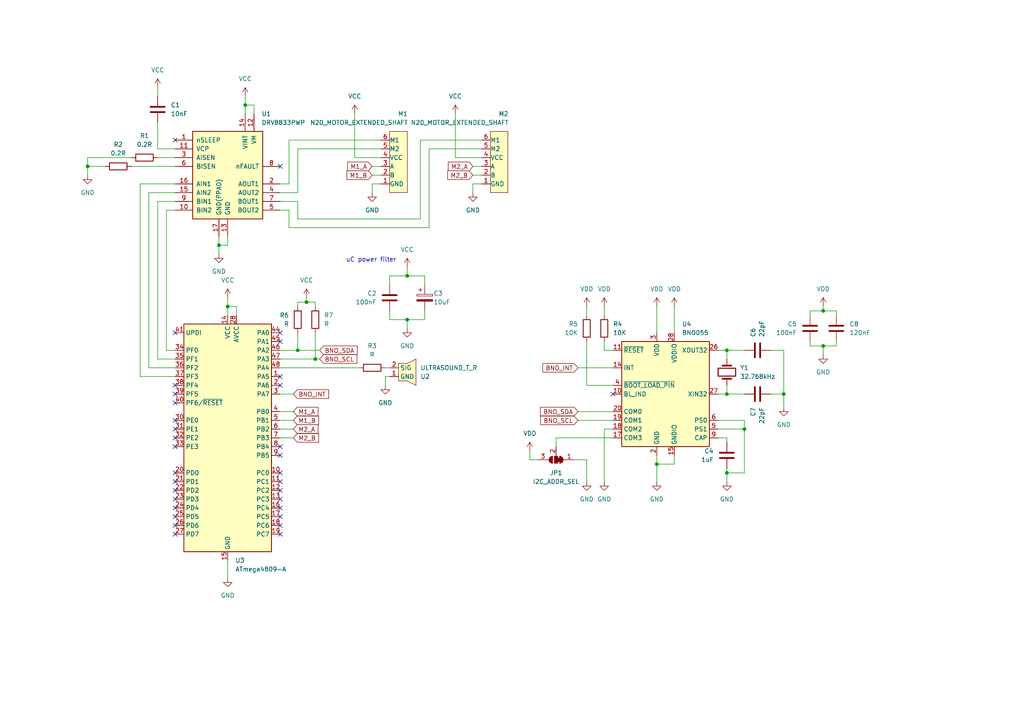
<source format=kicad_sch>
(kicad_sch (version 20230121) (generator eeschema)
  (paper "A4")
  (lib_symbols
    (symbol "Device:C" (pin_numbers hide) (pin_names (offset 0.254))
      (property "Reference" "C" (at 0.635 2.54 0))
      (property "Value" "C" (at 0.635 -2.54 0))
      (symbol "C_0_1"
        (polyline (pts (xy -2.032 -0.762) (xy 2.032 -0.762)) (stroke (width 0.508)))
        (polyline (pts (xy -2.032 0.762) (xy 2.032 0.762)) (stroke (width 0.508)))
      )
      (symbol "C_1_1"
        (pin passive line (at 0 3.81 270) (length 2.794) (name "~") (number "1"))
        (pin passive line (at 0 -3.81 90) (length 2.794) (name "~") (number "2"))
      )
    )
    (symbol "Device:C_Polarized" (pin_numbers hide) (pin_names (offset 0.254))
      (property "Reference" "C" (at 0.635 2.54 0))
      (property "Value" "C_Polarized" (at 0.635 -2.54 0))
      (symbol "C_Polarized_0_1"
        (rectangle (start -2.286 0.508) (end 2.286 1.016))
        (polyline (pts (xy -1.778 2.286) (xy -0.762 2.286)))
        (polyline (pts (xy -1.27 2.794) (xy -1.27 1.778)))
        (rectangle (start 2.286 -0.508) (end -2.286 -1.016) (fill (type outline)))
      )
      (symbol "C_Polarized_1_1"
        (pin passive line (at 0 3.81 270) (length 2.794) (name "~") (number "1"))
        (pin passive line (at 0 -3.81 90) (length 2.794) (name "~") (number "2"))
      )
    )
    (symbol "Device:Crystal" (pin_numbers hide) (pin_names (offset 1.016) hide)
      (property "Reference" "Y" (at 0 3.81 0))
      (property "Value" "Crystal" (at 0 -3.81 0))
      (symbol "Crystal_0_1"
        (rectangle (start -1.143 2.54) (end 1.143 -2.54) (stroke (width 0.3048)))
        (polyline (pts (xy -2.54 0) (xy -1.905 0)))
        (polyline (pts (xy -1.905 -1.27) (xy -1.905 1.27)) (stroke (width 0.508)))
        (polyline (pts (xy 1.905 -1.27) (xy 1.905 1.27)) (stroke (width 0.508)))
        (polyline (pts (xy 2.54 0) (xy 1.905 0)))
      )
      (symbol "Crystal_1_1"
        (pin passive line (at -3.81 0 0) (length 1.27) (name "1") (number "1"))
        (pin passive line (at 3.81 0 180) (length 1.27) (name "2") (number "2"))
      )
    )
    (symbol "Device:R" (pin_numbers hide) (pin_names (offset 0))
      (property "Reference" "R" (at 2.032 0 90))
      (property "Value" "R" (at 0 0 90))
      (symbol "R_0_1"
        (rectangle (start -1.016 -2.54) (end 1.016 2.54) (stroke (width 0.254)))
      )
      (symbol "R_1_1"
        (pin passive line (at 0 3.81 270) (length 1.27) (name "~") (number "1"))
        (pin passive line (at 0 -3.81 90) (length 1.27) (name "~") (number "2"))
      )
    )
    (symbol "Driver_Motor:DRV8833PWP" (pin_names (offset 1.016))
      (property "Reference" "U" (at -3.81 16.51 0))
      (property "Value" "DRV8833PWP" (at -3.81 13.97 0))
      (symbol "DRV8833PWP_0_1"
        (rectangle (start -10.16 12.7) (end 10.16 -12.7) (stroke (width 0.254)) (fill (type background)))
      )
      (symbol "DRV8833PWP_1_1"
        (pin input line (at -15.24 10.16 0) (length 5.08) (name "nSLEEP") (number "1"))
        (pin input line (at -15.24 -10.16 0) (length 5.08) (name "BIN2") (number "10"))
        (pin bidirectional line (at -15.24 7.62 0) (length 5.08) (name "VCP") (number "11"))
        (pin power_in line (at 7.62 17.78 270) (length 5.08) (name "VM") (number "12"))
        (pin power_in line (at 0 -17.78 90) (length 5.08) (name "GND") (number "13"))
        (pin power_in line (at 5.08 17.78 270) (length 5.08) (name "VINT") (number "14"))
        (pin input line (at -15.24 -5.08 0) (length 5.08) (name "AIN2") (number "15"))
        (pin input line (at -15.24 -2.54 0) (length 5.08) (name "AIN1") (number "16"))
        (pin power_in line (at -2.54 -17.78 90) (length 5.08) (name "GND(PPAD)") (number "17"))
        (pin power_out line (at 15.24 -2.54 180) (length 5.08) (name "AOUT1") (number "2"))
        (pin bidirectional line (at -15.24 5.08 0) (length 5.08) (name "AISEN") (number "3"))
        (pin power_out line (at 15.24 -5.08 180) (length 5.08) (name "AOUT2") (number "4"))
        (pin power_out line (at 15.24 -10.16 180) (length 5.08) (name "BOUT2") (number "5"))
        (pin bidirectional line (at -15.24 2.54 0) (length 5.08) (name "BISEN") (number "6"))
        (pin power_out line (at 15.24 -7.62 180) (length 5.08) (name "BOUT1") (number "7"))
        (pin open_collector line (at 15.24 2.54 180) (length 5.08) (name "nFAULT") (number "8"))
        (pin input line (at -15.24 -7.62 0) (length 5.08) (name "BIN1") (number "9"))
      )
    )
    (symbol "Jumper:SolderJumper_3_Bridged12" (pin_names (offset 0) hide)
      (property "Reference" "JP" (at -2.54 -2.54 0))
      (property "Value" "SolderJumper_3_Bridged12" (at 0 2.794 0))
      (symbol "SolderJumper_3_Bridged12_0_1"
        (rectangle (start -1.016 0.508) (end -0.508 -0.508) (fill (type outline)))
        (arc (start -1.016 1.016) (mid -2.0276 0) (end -1.016 -1.016))
        (arc (start -1.016 1.016) (mid -2.0276 0) (end -1.016 -1.016) (fill (type outline)))
        (rectangle (start -0.508 1.016) (end 0.508 -1.016) (fill (type outline)))
        (polyline (pts (xy -2.54 0) (xy -2.032 0)))
        (polyline (pts (xy -1.016 1.016) (xy -1.016 -1.016)))
        (polyline (pts (xy 0 -1.27) (xy 0 -1.016)))
        (polyline (pts (xy 1.016 1.016) (xy 1.016 -1.016)))
        (polyline (pts (xy 2.54 0) (xy 2.032 0)))
        (arc (start 1.016 -1.016) (mid 2.0276 0) (end 1.016 1.016))
        (arc (start 1.016 -1.016) (mid 2.0276 0) (end 1.016 1.016) (fill (type outline)))
      )
      (symbol "SolderJumper_3_Bridged12_1_1"
        (pin passive line (at -5.08 0 0) (length 2.54) (name "A") (number "1"))
        (pin passive line (at 0 -3.81 90) (length 2.54) (name "C") (number "2"))
        (pin passive line (at 5.08 0 180) (length 2.54) (name "B") (number "3"))
      )
    )
    (symbol "MCU_Microchip_ATmega:ATmega4809-A"
      (property "Reference" "U" (at -12.7 34.29 0))
      (property "Value" "ATmega4809-A" (at 2.54 -34.29 0))
      (symbol "ATmega4809-A_0_1"
        (rectangle (start -12.7 -33.02) (end 12.7 33.02) (stroke (width 0.254)) (fill (type background)))
      )
      (symbol "ATmega4809-A_1_1"
        (pin bidirectional line (at 15.24 17.78 180) (length 2.54) (name "PA5") (number "1"))
        (pin bidirectional line (at 15.24 -10.16 180) (length 2.54) (name "PC0") (number "10"))
        (pin bidirectional line (at 15.24 -12.7 180) (length 2.54) (name "PC1") (number "11"))
        (pin bidirectional line (at 15.24 -15.24 180) (length 2.54) (name "PC2") (number "12"))
        (pin bidirectional line (at 15.24 -17.78 180) (length 2.54) (name "PC3") (number "13"))
        (pin power_in line (at 0 35.56 270) (length 2.54) (name "VCC") (number "14"))
        (pin power_in line (at 0 -35.56 90) (length 2.54) (name "GND") (number "15"))
        (pin bidirectional line (at 15.24 -20.32 180) (length 2.54) (name "PC4") (number "16"))
        (pin bidirectional line (at 15.24 -22.86 180) (length 2.54) (name "PC5") (number "17"))
        (pin bidirectional line (at 15.24 -25.4 180) (length 2.54) (name "PC6") (number "18"))
        (pin bidirectional line (at 15.24 -27.94 180) (length 2.54) (name "PC7") (number "19"))
        (pin bidirectional line (at 15.24 15.24 180) (length 2.54) (name "PA6") (number "2"))
        (pin bidirectional line (at -15.24 -10.16 0) (length 2.54) (name "PD0") (number "20"))
        (pin bidirectional line (at -15.24 -12.7 0) (length 2.54) (name "PD1") (number "21"))
        (pin bidirectional line (at -15.24 -15.24 0) (length 2.54) (name "PD2") (number "22"))
        (pin bidirectional line (at -15.24 -17.78 0) (length 2.54) (name "PD3") (number "23"))
        (pin bidirectional line (at -15.24 -20.32 0) (length 2.54) (name "PD4") (number "24"))
        (pin bidirectional line (at -15.24 -22.86 0) (length 2.54) (name "PD5") (number "25"))
        (pin bidirectional line (at -15.24 -25.4 0) (length 2.54) (name "PD6") (number "26"))
        (pin bidirectional line (at -15.24 -27.94 0) (length 2.54) (name "PD7") (number "27"))
        (pin power_in line (at 2.54 35.56 270) (length 2.54) (name "AVCC") (number "28"))
        (pin passive line (at 0 -35.56 90) (length 2.54) hide (name "GND") (number "29"))
        (pin bidirectional line (at 15.24 12.7 180) (length 2.54) (name "PA7") (number "3"))
        (pin bidirectional line (at -15.24 5.08 0) (length 2.54) (name "PE0") (number "30"))
        (pin bidirectional line (at -15.24 2.54 0) (length 2.54) (name "PE1") (number "31"))
        (pin bidirectional line (at -15.24 0 0) (length 2.54) (name "PE2") (number "32"))
        (pin bidirectional line (at -15.24 -2.54 0) (length 2.54) (name "PE3") (number "33"))
        (pin bidirectional line (at -15.24 25.4 0) (length 2.54) (name "PF0") (number "34"))
        (pin bidirectional line (at -15.24 22.86 0) (length 2.54) (name "PF1") (number "35"))
        (pin bidirectional line (at -15.24 20.32 0) (length 2.54) (name "PF2") (number "36"))
        (pin bidirectional line (at -15.24 17.78 0) (length 2.54) (name "PF3") (number "37"))
        (pin bidirectional line (at -15.24 15.24 0) (length 2.54) (name "PF4") (number "38"))
        (pin bidirectional line (at -15.24 12.7 0) (length 2.54) (name "PF5") (number "39"))
        (pin bidirectional line (at 15.24 7.62 180) (length 2.54) (name "PB0") (number "4"))
        (pin bidirectional line (at -15.24 10.16 0) (length 2.54) (name "PF6/~{RESET}") (number "40"))
        (pin bidirectional line (at -15.24 30.48 0) (length 2.54) (name "UPDI") (number "41"))
        (pin passive line (at 0 35.56 270) (length 2.54) hide (name "VCC") (number "42"))
        (pin passive line (at 0 -35.56 90) (length 2.54) hide (name "GND") (number "43"))
        (pin bidirectional line (at 15.24 30.48 180) (length 2.54) (name "PA0") (number "44"))
        (pin bidirectional line (at 15.24 27.94 180) (length 2.54) (name "PA1") (number "45"))
        (pin bidirectional line (at 15.24 25.4 180) (length 2.54) (name "PA2") (number "46"))
        (pin bidirectional line (at 15.24 22.86 180) (length 2.54) (name "PA3") (number "47"))
        (pin bidirectional line (at 15.24 20.32 180) (length 2.54) (name "PA4") (number "48"))
        (pin bidirectional line (at 15.24 5.08 180) (length 2.54) (name "PB1") (number "5"))
        (pin bidirectional line (at 15.24 2.54 180) (length 2.54) (name "PB2") (number "6"))
        (pin bidirectional line (at 15.24 0 180) (length 2.54) (name "PB3") (number "7"))
        (pin bidirectional line (at 15.24 -2.54 180) (length 2.54) (name "PB4") (number "8"))
        (pin bidirectional line (at 15.24 -5.08 180) (length 2.54) (name "PB5") (number "9"))
      )
    )
    (symbol "Sensor_Motion:BNO055"
      (property "Reference" "U" (at -11.43 16.51 0))
      (property "Value" "BNO055" (at 12.7 16.51 0))
      (symbol "BNO055_0_1"
        (rectangle (start -12.7 15.24) (end 12.7 -15.24) (stroke (width 0.254)) (fill (type background)))
      )
      (symbol "BNO055_1_1"
        (pin no_connect line (at -12.7 10.16 0) (length 2.54) hide (name "PIN1") (number "1"))
        (pin output line (at -15.24 0 0) (length 2.54) (name "BL_IND") (number "10"))
        (pin input line (at -15.24 12.7 0) (length 2.54) (name "~{RESET}") (number "11"))
        (pin no_connect line (at 12.7 10.16 180) (length 2.54) hide (name "PIN12") (number "12"))
        (pin no_connect line (at 12.7 7.62 180) (length 2.54) hide (name "PIN13") (number "13"))
        (pin output line (at -15.24 7.62 0) (length 2.54) (name "INT") (number "14"))
        (pin power_in line (at 2.54 -17.78 90) (length 2.54) (name "GNDIO") (number "15"))
        (pin passive line (at 2.54 -17.78 90) (length 2.54) hide (name "GNDIO") (number "16"))
        (pin input line (at -15.24 -12.7 0) (length 2.54) (name "COM3") (number "17"))
        (pin passive line (at -15.24 -10.16 0) (length 2.54) (name "COM2") (number "18"))
        (pin bidirectional line (at -15.24 -7.62 0) (length 2.54) (name "COM1") (number "19"))
        (pin power_in line (at -2.54 -17.78 90) (length 2.54) (name "GND") (number "2"))
        (pin bidirectional line (at -15.24 -5.08 0) (length 2.54) (name "COM0") (number "20"))
        (pin no_connect line (at 12.7 5.08 180) (length 2.54) hide (name "PIN21") (number "21"))
        (pin no_connect line (at 12.7 2.54 180) (length 2.54) hide (name "PIN22") (number "22"))
        (pin no_connect line (at 12.7 -2.54 180) (length 2.54) hide (name "PIN23") (number "23"))
        (pin no_connect line (at 12.7 -5.08 180) (length 2.54) hide (name "PIN24") (number "24"))
        (pin passive line (at 2.54 -17.78 90) (length 2.54) hide (name "GNDIO") (number "25"))
        (pin output line (at 15.24 12.7 180) (length 2.54) (name "XOUT32") (number "26"))
        (pin input line (at 15.24 0 180) (length 2.54) (name "XIN32") (number "27"))
        (pin power_in line (at 2.54 17.78 270) (length 2.54) (name "VDDIO") (number "28"))
        (pin power_in line (at -2.54 17.78 270) (length 2.54) (name "VDD") (number "3"))
        (pin input line (at -15.24 2.54 0) (length 2.54) (name "~{BOOT_LOAD_PIN}") (number "4"))
        (pin input line (at 15.24 -10.16 180) (length 2.54) (name "PS1") (number "5"))
        (pin input line (at 15.24 -7.62 180) (length 2.54) (name "PS0") (number "6"))
        (pin no_connect line (at -12.7 5.08 0) (length 2.54) hide (name "PIN7") (number "7"))
        (pin no_connect line (at -12.7 -2.54 0) (length 2.54) hide (name "PIN8") (number "8"))
        (pin passive line (at 15.24 -12.7 180) (length 2.54) (name "CAP") (number "9"))
      )
    )
    (symbol "pololu:N20_MOTOR_EXTENDED_SHAFT" (pin_names (offset 0.002))
      (property "Reference" "M" (at 2.54 -19.05 0))
      (property "Value" "N20_MOTOR_EXTENDED_SHAFT" (at 13.97 1.27 0))
      (symbol "N20_MOTOR_EXTENDED_SHAFT_0_1"
        (rectangle (start 0 0) (end 5.08 -17.78) (fill (type background)))
      )
      (symbol "N20_MOTOR_EXTENDED_SHAFT_1_1"
        (pin power_in line (at 7.62 -15.24 180) (length 2.54) (name "GND") (number "1"))
        (pin output line (at 7.62 -12.7 180) (length 2.54) (name "B") (number "2"))
        (pin output line (at 7.62 -10.16 180) (length 2.54) (name "A") (number "3"))
        (pin power_in line (at 7.62 -7.62 180) (length 2.54) (name "VCC") (number "4"))
        (pin input line (at 7.62 -5.08 180) (length 2.54) (name "M2") (number "5"))
        (pin input line (at 7.62 -2.54 180) (length 2.54) (name "M1") (number "6"))
      )
    )
    (symbol "pololu:ULTRASOUND_T_R"
      (property "Reference" "U" (at 8.89 -3.81 0))
      (property "Value" "ULTRASOUND_T_R" (at 0 1.27 0))
      (symbol "ULTRASOUND_T_R_1_1"
        (polyline (pts (xy 2.54 -1.27) (xy 2.54 -6.35) (xy 5.08 -6.35) (xy 7.62 -7.62) (xy 7.62 0) (xy 5.08 -1.27) (xy 2.54 -1.27)) (fill (type background)))
        (pin power_in line (at 0 -2.54 0) (length 2.54) (name "GND") (number "1"))
        (pin input line (at 0 -5.08 0) (length 2.54) (name "SIG") (number "2"))
      )
    )
    (symbol "power:GND" (power) (pin_names (offset 0))
      (property "Value" "GND" (at 0 -3.81 0))
      (symbol "GND_0_1"
        (polyline (pts (xy 0 0) (xy 0 -1.27) (xy 1.27 -1.27) (xy 0 -2.54) (xy -1.27 -1.27) (xy 0 -1.27)))
      )
      (symbol "GND_1_1"
        (pin power_in line (at 0 0 270) (length 0) hide (name "GND") (number "1"))
      )
    )
    (symbol "power:VCC" (power) (pin_names (offset 0))
      (property "Value" "VCC" (at 0 3.81 0))
      (symbol "VCC_0_1"
        (polyline (pts (xy -0.762 1.27) (xy 0 2.54)))
        (polyline (pts (xy 0 0) (xy 0 2.54)))
        (polyline (pts (xy 0 2.54) (xy 0.762 1.27)))
      )
      (symbol "VCC_1_1"
        (pin power_in line (at 0 0 90) (length 0) hide (name "VCC") (number "1"))
      )
    )
    (symbol "power:VDD" (power) (pin_names (offset 0))
      (property "Value" "VDD" (at 0 3.81 0))
      (symbol "VDD_0_1"
        (polyline (pts (xy -0.762 1.27) (xy 0 2.54)))
        (polyline (pts (xy 0 0) (xy 0 2.54)))
        (polyline (pts (xy 0 2.54) (xy 0.762 1.27)))
      )
      (symbol "VDD_1_1"
        (pin power_in line (at 0 0 90) (length 0) hide (name "VDD") (number "1"))
      )
    )
  )
  (junction (at 238.76 100.33))
  (junction (at 215.9 124.46))
  (junction (at 71.12 30.48))
  (junction (at 190.5 134.62))
  (junction (at 88.9 87.63))
  (junction (at 210.82 137.16))
  (junction (at 63.5 71.12))
  (junction (at 118.11 92.71))
  (junction (at 118.11 80.01))
  (junction (at 86.36 101.6))
  (junction (at 91.44 104.14))
  (junction (at 210.82 114.3))
  (junction (at 66.04 88.9))
  (junction (at 238.76 90.17))
  (junction (at 25.4 48.26))
  (junction (at 210.82 101.6))
  (junction (at 227.33 114.3))
  (no_connect (at 81.28 129.54))
  (no_connect (at 50.8 116.84))
  (no_connect (at 50.8 124.46))
  (no_connect (at 81.28 137.16))
  (no_connect (at 81.28 48.26))
  (no_connect (at 50.8 114.3))
  (no_connect (at 50.8 142.24))
  (no_connect (at 50.8 152.4))
  (no_connect (at 50.8 139.7))
  (no_connect (at 177.8 114.3))
  (no_connect (at 50.8 149.86))
  (no_connect (at 81.28 144.78))
  (no_connect (at 50.8 127))
  (no_connect (at 81.28 132.08))
  (no_connect (at 50.8 147.32))
  (no_connect (at 50.8 96.52))
  (no_connect (at 50.8 137.16))
  (no_connect (at 81.28 149.86))
  (no_connect (at 81.28 109.22))
  (no_connect (at 50.8 111.76))
  (no_connect (at 50.8 121.92))
  (no_connect (at 81.28 154.94))
  (no_connect (at 81.28 111.76))
  (no_connect (at 81.28 142.24))
  (no_connect (at 50.8 40.64))
  (no_connect (at 81.28 139.7))
  (no_connect (at 50.8 154.94))
  (no_connect (at 50.8 144.78))
  (no_connect (at 81.28 96.52))
  (no_connect (at 81.28 147.32))
  (no_connect (at 81.28 99.06))
  (no_connect (at 50.8 129.54))
  (no_connect (at 81.28 152.4))
  (wire (pts (xy 81.28 60.96) (xy 83.82 60.96)))
  (wire (pts (xy 66.04 68.58) (xy 66.04 71.12)))
  (wire (pts (xy 177.8 127) (xy 161.29 127)))
  (wire (pts (xy 215.9 121.92) (xy 215.9 124.46)))
  (wire (pts (xy 234.95 90.17) (xy 234.95 91.44)))
  (wire (pts (xy 238.76 90.17) (xy 234.95 90.17)))
  (wire (pts (xy 110.49 53.34) (xy 107.95 53.34)))
  (wire (pts (xy 137.16 55.88) (xy 137.16 53.34)))
  (wire (pts (xy 234.95 100.33) (xy 234.95 99.06)))
  (wire (pts (xy 91.44 104.14) (xy 92.71 104.14)))
  (wire (pts (xy 38.1 45.72) (xy 25.4 45.72)))
  (wire (pts (xy 86.36 55.88) (xy 86.36 43.18)))
  (wire (pts (xy 170.18 111.76) (xy 170.18 99.06)))
  (wire (pts (xy 43.18 106.68) (xy 50.8 106.68)))
  (wire (pts (xy 81.28 114.3) (xy 85.09 114.3)))
  (wire (pts (xy 123.19 90.17) (xy 123.19 92.71)))
  (wire (pts (xy 139.7 45.72) (xy 132.08 45.72)))
  (wire (pts (xy 190.5 134.62) (xy 190.5 139.7)))
  (wire (pts (xy 66.04 88.9) (xy 68.58 88.9)))
  (wire (pts (xy 121.92 63.5) (xy 121.92 40.64)))
  (wire (pts (xy 111.76 109.22) (xy 113.03 109.22)))
  (wire (pts (xy 91.44 96.52) (xy 91.44 104.14)))
  (wire (pts (xy 161.29 127) (xy 161.29 129.54)))
  (wire (pts (xy 195.58 88.9) (xy 195.58 96.52)))
  (wire (pts (xy 139.7 53.34) (xy 137.16 53.34)))
  (wire (pts (xy 238.76 100.33) (xy 238.76 102.87)))
  (wire (pts (xy 124.46 43.18) (xy 139.7 43.18)))
  (wire (pts (xy 25.4 48.26) (xy 25.4 50.8)))
  (wire (pts (xy 175.26 88.9) (xy 175.26 91.44)))
  (wire (pts (xy 177.8 111.76) (xy 170.18 111.76)))
  (wire (pts (xy 195.58 132.08) (xy 195.58 134.62)))
  (wire (pts (xy 208.28 124.46) (xy 215.9 124.46)))
  (wire (pts (xy 223.52 101.6) (xy 227.33 101.6)))
  (wire (pts (xy 113.03 80.01) (xy 118.11 80.01)))
  (wire (pts (xy 137.16 50.8) (xy 139.7 50.8)))
  (wire (pts (xy 71.12 30.48) (xy 71.12 33.02)))
  (wire (pts (xy 167.64 106.68) (xy 177.8 106.68)))
  (wire (pts (xy 48.26 60.96) (xy 50.8 60.96)))
  (wire (pts (xy 238.76 90.17) (xy 242.57 90.17)))
  (wire (pts (xy 86.36 43.18) (xy 110.49 43.18)))
  (wire (pts (xy 86.36 101.6) (xy 92.71 101.6)))
  (wire (pts (xy 167.64 119.38) (xy 177.8 119.38)))
  (wire (pts (xy 66.04 162.56) (xy 66.04 167.64)))
  (wire (pts (xy 66.04 86.36) (xy 66.04 88.9)))
  (wire (pts (xy 63.5 71.12) (xy 66.04 71.12)))
  (wire (pts (xy 102.87 33.02) (xy 102.87 45.72)))
  (wire (pts (xy 86.36 87.63) (xy 86.36 88.9)))
  (wire (pts (xy 123.19 80.01) (xy 118.11 80.01)))
  (wire (pts (xy 86.36 96.52) (xy 86.36 101.6)))
  (wire (pts (xy 83.82 60.96) (xy 83.82 66.04)))
  (wire (pts (xy 50.8 55.88) (xy 43.18 55.88)))
  (wire (pts (xy 190.5 88.9) (xy 190.5 96.52)))
  (wire (pts (xy 123.19 82.55) (xy 123.19 80.01)))
  (wire (pts (xy 170.18 133.35) (xy 170.18 139.7)))
  (wire (pts (xy 86.36 55.88) (xy 81.28 55.88)))
  (wire (pts (xy 63.5 71.12) (xy 63.5 73.66)))
  (wire (pts (xy 210.82 137.16) (xy 210.82 139.7)))
  (wire (pts (xy 227.33 114.3) (xy 223.52 114.3)))
  (wire (pts (xy 71.12 27.94) (xy 71.12 30.48)))
  (wire (pts (xy 38.1 48.26) (xy 50.8 48.26)))
  (wire (pts (xy 50.8 53.34) (xy 40.64 53.34)))
  (wire (pts (xy 177.8 124.46) (xy 175.26 124.46)))
  (wire (pts (xy 175.26 124.46) (xy 175.26 139.7)))
  (wire (pts (xy 238.76 100.33) (xy 234.95 100.33)))
  (wire (pts (xy 107.95 55.88) (xy 107.95 53.34)))
  (wire (pts (xy 242.57 91.44) (xy 242.57 90.17)))
  (wire (pts (xy 111.76 111.76) (xy 111.76 109.22)))
  (wire (pts (xy 81.28 127) (xy 85.09 127)))
  (wire (pts (xy 73.66 30.48) (xy 71.12 30.48)))
  (wire (pts (xy 81.28 121.92) (xy 85.09 121.92)))
  (wire (pts (xy 91.44 88.9) (xy 91.44 87.63)))
  (wire (pts (xy 118.11 92.71) (xy 118.11 95.25)))
  (wire (pts (xy 83.82 66.04) (xy 124.46 66.04)))
  (wire (pts (xy 113.03 90.17) (xy 113.03 92.71)))
  (wire (pts (xy 210.82 101.6) (xy 210.82 104.14)))
  (wire (pts (xy 73.66 33.02) (xy 73.66 30.48)))
  (wire (pts (xy 215.9 137.16) (xy 210.82 137.16)))
  (wire (pts (xy 45.72 43.18) (xy 50.8 43.18)))
  (wire (pts (xy 170.18 88.9) (xy 170.18 91.44)))
  (wire (pts (xy 40.64 53.34) (xy 40.64 109.22)))
  (wire (pts (xy 25.4 45.72) (xy 25.4 48.26)))
  (wire (pts (xy 81.28 119.38) (xy 85.09 119.38)))
  (wire (pts (xy 86.36 58.42) (xy 86.36 63.5)))
  (wire (pts (xy 107.95 48.26) (xy 110.49 48.26)))
  (wire (pts (xy 167.64 121.92) (xy 177.8 121.92)))
  (wire (pts (xy 208.28 127) (xy 210.82 127)))
  (wire (pts (xy 210.82 101.6) (xy 215.9 101.6)))
  (wire (pts (xy 113.03 92.71) (xy 118.11 92.71)))
  (wire (pts (xy 210.82 114.3) (xy 215.9 114.3)))
  (wire (pts (xy 48.26 101.6) (xy 48.26 60.96)))
  (wire (pts (xy 210.82 135.89) (xy 210.82 137.16)))
  (wire (pts (xy 107.95 50.8) (xy 110.49 50.8)))
  (wire (pts (xy 166.37 133.35) (xy 170.18 133.35)))
  (wire (pts (xy 88.9 87.63) (xy 91.44 87.63)))
  (wire (pts (xy 88.9 87.63) (xy 86.36 87.63)))
  (wire (pts (xy 153.67 133.35) (xy 153.67 130.81)))
  (wire (pts (xy 113.03 82.55) (xy 113.03 80.01)))
  (wire (pts (xy 208.28 114.3) (xy 210.82 114.3)))
  (wire (pts (xy 83.82 40.64) (xy 83.82 53.34)))
  (wire (pts (xy 238.76 88.9) (xy 238.76 90.17)))
  (wire (pts (xy 190.5 132.08) (xy 190.5 134.62)))
  (wire (pts (xy 153.67 133.35) (xy 156.21 133.35)))
  (wire (pts (xy 227.33 101.6) (xy 227.33 114.3)))
  (wire (pts (xy 40.64 109.22) (xy 50.8 109.22)))
  (wire (pts (xy 45.72 35.56) (xy 45.72 43.18)))
  (wire (pts (xy 81.28 58.42) (xy 86.36 58.42)))
  (wire (pts (xy 110.49 45.72) (xy 102.87 45.72)))
  (wire (pts (xy 66.04 88.9) (xy 66.04 91.44)))
  (wire (pts (xy 175.26 99.06) (xy 175.26 101.6)))
  (wire (pts (xy 50.8 101.6) (xy 48.26 101.6)))
  (wire (pts (xy 25.4 48.26) (xy 30.48 48.26)))
  (wire (pts (xy 210.82 127) (xy 210.82 128.27)))
  (wire (pts (xy 238.76 100.33) (xy 242.57 100.33)))
  (wire (pts (xy 195.58 134.62) (xy 190.5 134.62)))
  (wire (pts (xy 81.28 104.14) (xy 91.44 104.14)))
  (wire (pts (xy 208.28 121.92) (xy 215.9 121.92)))
  (wire (pts (xy 86.36 63.5) (xy 121.92 63.5)))
  (wire (pts (xy 175.26 101.6) (xy 177.8 101.6)))
  (wire (pts (xy 45.72 45.72) (xy 50.8 45.72)))
  (wire (pts (xy 45.72 25.4) (xy 45.72 27.94)))
  (wire (pts (xy 123.19 92.71) (xy 118.11 92.71)))
  (wire (pts (xy 81.28 101.6) (xy 86.36 101.6)))
  (wire (pts (xy 45.72 58.42) (xy 45.72 104.14)))
  (wire (pts (xy 137.16 48.26) (xy 139.7 48.26)))
  (wire (pts (xy 88.9 86.36) (xy 88.9 87.63)))
  (wire (pts (xy 227.33 114.3) (xy 227.33 118.11)))
  (wire (pts (xy 121.92 40.64) (xy 139.7 40.64)))
  (wire (pts (xy 83.82 53.34) (xy 81.28 53.34)))
  (wire (pts (xy 63.5 68.58) (xy 63.5 71.12)))
  (wire (pts (xy 208.28 101.6) (xy 210.82 101.6)))
  (wire (pts (xy 215.9 124.46) (xy 215.9 137.16)))
  (wire (pts (xy 43.18 55.88) (xy 43.18 106.68)))
  (wire (pts (xy 83.82 40.64) (xy 110.49 40.64)))
  (wire (pts (xy 111.76 106.68) (xy 113.03 106.68)))
  (wire (pts (xy 68.58 91.44) (xy 68.58 88.9)))
  (wire (pts (xy 45.72 104.14) (xy 50.8 104.14)))
  (wire (pts (xy 81.28 124.46) (xy 85.09 124.46)))
  (wire (pts (xy 242.57 99.06) (xy 242.57 100.33)))
  (wire (pts (xy 50.8 58.42) (xy 45.72 58.42)))
  (wire (pts (xy 124.46 66.04) (xy 124.46 43.18)))
  (wire (pts (xy 210.82 114.3) (xy 210.82 111.76)))
  (wire (pts (xy 132.08 33.02) (xy 132.08 45.72)))
  (wire (pts (xy 118.11 80.01) (xy 118.11 77.47)))
  (wire (pts (xy 81.28 106.68) (xy 104.14 106.68)))
  (text "uC power filter" (at 100.33 76.2 0) (effects (font (size 1.27 1.27)) (justify left bottom)))
  (global_label "M1_B" (shape input) (at 107.95 50.8 180) (property "Intersheetrefs" "${INTERSHEET_REFS}" (effects hide)))
  (global_label "BNO_SCL" (shape input) (at 167.64 121.92 180) (property "Intersheetrefs" "${INTERSHEET_REFS}" (effects hide)))
  (global_label "M2_A" (shape input) (at 85.09 124.46 0) (property "Intersheetrefs" "${INTERSHEET_REFS}" (effects hide)))
  (global_label "M2_B" (shape input) (at 85.09 127 0) (property "Intersheetrefs" "${INTERSHEET_REFS}" (effects hide)))
  (global_label "BNO_SCL" (shape input) (at 92.71 104.14 0) (property "Intersheetrefs" "${INTERSHEET_REFS}" (effects hide)))
  (global_label "M2_B" (shape input) (at 137.16 50.8 180) (property "Intersheetrefs" "${INTERSHEET_REFS}" (effects hide)))
  (global_label "BNO_SDA" (shape input) (at 92.71 101.6 0) (property "Intersheetrefs" "${INTERSHEET_REFS}" (effects hide)))
  (global_label "M1_B" (shape input) (at 85.09 121.92 0) (property "Intersheetrefs" "${INTERSHEET_REFS}" (effects hide)))
  (global_label "BNO_INT" (shape input) (at 167.64 106.68 180) (property "Intersheetrefs" "${INTERSHEET_REFS}" (effects hide)))
  (global_label "M1_A" (shape input) (at 107.95 48.26 180) (property "Intersheetrefs" "${INTERSHEET_REFS}" (effects hide)))
  (global_label "M2_A" (shape input) (at 137.16 48.26 180) (property "Intersheetrefs" "${INTERSHEET_REFS}" (effects hide)))
  (global_label "BNO_SDA" (shape input) (at 167.64 119.38 180) (property "Intersheetrefs" "${INTERSHEET_REFS}" (effects hide)))
  (global_label "M1_A" (shape input) (at 85.09 119.38 0) (property "Intersheetrefs" "${INTERSHEET_REFS}" (effects hide)))
  (global_label "BNO_INT" (shape input) (at 85.09 114.3 0) (property "Intersheetrefs" "${INTERSHEET_REFS}" (effects hide)))
  (symbol (lib_id "power:VDD") (at 170.18 88.9 0) (unit 1)
    (property "Reference" "#PWR016" (effects hide))
    (property "Value" "VDD" (at 170.18 83.82 0))
  )
  (symbol (lib_id "Device:C") (at 219.71 114.3 90) (mirror x) (unit 1)
    (property "Reference" "C7" (at 218.44 118.11 0) (effects (justify left)))
    (property "Value" "22pF" (at 220.98 118.11 0) (effects (justify left)))
  )
  (symbol (lib_id "power:GND") (at 66.04 167.64 0) (mirror y) (unit 1)
    (property "Reference" "#PWR07" (effects hide))
    (property "Value" "GND" (at 66.04 172.72 0))
  )
  (symbol (lib_id "power:GND") (at 170.18 139.7 0) (mirror y) (unit 1)
    (property "Reference" "#PWR017" (effects hide))
    (property "Value" "GND" (at 170.18 144.78 0))
  )
  (symbol (lib_id "power:VDD") (at 153.67 130.81 0) (unit 1)
    (property "Reference" "#PWR018" (effects hide))
    (property "Value" "VDD" (at 153.67 125.73 0))
  )
  (symbol (lib_id "power:VCC") (at 45.72 25.4 0) (mirror y) (unit 1)
    (property "Reference" "#PWR05" (effects hide))
    (property "Value" "VCC" (at 45.72 20.32 0))
  )
  (symbol (lib_id "Device:C") (at 242.57 95.25 0) (unit 1)
    (property "Reference" "C8" (at 246.38 93.98 0) (effects (justify left)))
    (property "Value" "120nF" (at 246.38 96.52 0) (effects (justify left)))
  )
  (symbol (lib_id "Device:R") (at 175.26 95.25 180) (unit 1)
    (property "Reference" "R4" (at 177.8 93.98 0) (effects (justify right)))
    (property "Value" "10K" (at 177.8 96.52 0) (effects (justify right)))
  )
  (symbol (lib_id "power:VDD") (at 175.26 88.9 0) (unit 1)
    (property "Reference" "#PWR015" (effects hide))
    (property "Value" "VDD" (at 175.26 83.82 0))
  )
  (symbol (lib_id "Driver_Motor:DRV8833PWP") (at 66.04 50.8 0) (unit 1)
    (property "Reference" "U1" (at 75.8541 33.02 0) (effects (justify left)))
    (property "Value" "DRV8833PWP" (at 75.8541 35.56 0) (effects (justify left)))
    (property "Footprint" "Package_SO:HTSSOP-16-1EP_4.4x5mm_P0.65mm_EP3.4x5mm_Mask2.46x2.31mm_ThermalVias" (effects hide))
    (property "Datasheet" "http://www.ti.com/lit/ds/symlink/drv8833.pdf" (effects hide))
  )
  (symbol (lib_id "power:GND") (at 227.33 118.11 0) (mirror y) (unit 1)
    (property "Reference" "#PWR022" (effects hide))
    (property "Value" "GND" (at 227.33 123.19 0))
  )
  (symbol (lib_id "power:VCC") (at 118.11 77.47 0) (mirror y) (unit 1)
    (property "Reference" "#PWR010" (effects hide))
    (property "Value" "VCC" (at 118.11 72.39 0))
  )
  (symbol (lib_id "power:VDD") (at 190.5 88.9 0) (unit 1)
    (property "Reference" "#PWR013" (effects hide))
    (property "Value" "VDD" (at 190.5 83.82 0))
  )
  (symbol (lib_id "power:GND") (at 137.16 55.88 0) (mirror y) (unit 1)
    (property "Reference" "#PWR01" (effects hide))
    (property "Value" "GND" (at 137.16 60.96 0))
  )
  (symbol (lib_id "power:GND") (at 25.4 50.8 0) (mirror y) (unit 1)
    (property "Reference" "#PWR06" (effects hide))
    (property "Value" "GND" (at 25.4 55.88 0))
  )
  (symbol (lib_id "power:VDD") (at 195.58 88.9 0) (unit 1)
    (property "Reference" "#PWR024" (effects hide))
    (property "Value" "VDD" (at 195.58 83.82 0))
  )
  (symbol (lib_id "Device:C") (at 210.82 132.08 0) (mirror y) (unit 1)
    (property "Reference" "C4" (at 207.01 130.81 0) (effects (justify left)))
    (property "Value" "1uF" (at 207.01 133.35 0) (effects (justify left)))
  )
  (symbol (lib_id "Device:R") (at 41.91 45.72 90) (unit 1)
    (property "Reference" "R1" (at 41.91 39.37 90))
    (property "Value" "0.2R" (at 41.91 41.91 90))
  )
  (symbol (lib_id "Device:Crystal") (at 210.82 107.95 90) (unit 1)
    (property "Reference" "Y1" (at 214.63 106.68 90) (effects (justify right)))
    (property "Value" "32.768kHz" (at 214.63 109.22 90) (effects (justify right)))
    (property "Footprint" "Crystal:Crystal_SMD_MicroCrystal_CM9V-T1A-2Pin_1.6x1.0mm" (effects hide))
  )
  (symbol (lib_id "power:VCC") (at 71.12 27.94 0) (mirror y) (unit 1)
    (property "Reference" "#PWR04" (effects hide))
    (property "Value" "VCC" (at 71.12 22.86 0))
  )
  (symbol (lib_id "pololu:ULTRASOUND_T_R") (at 113.03 111.76 0) (mirror x) (unit 1)
    (property "Reference" "U2" (at 121.92 109.22 0) (effects (justify left)))
    (property "Value" "ULTRASOUND_T_R" (at 121.92 106.68 0) (effects (justify left)))
    (property "Footprint" "pololu:ULTRASOUND_T_R" (effects hide))
  )
  (symbol (lib_id "Device:C") (at 45.72 31.75 0) (unit 1)
    (property "Reference" "C1" (at 49.53 30.48 0) (effects (justify left)))
    (property "Value" "10nF" (at 49.53 33.02 0) (effects (justify left)))
  )
  (symbol (lib_id "power:GND") (at 210.82 139.7 0) (mirror y) (unit 1)
    (property "Reference" "#PWR012" (effects hide))
    (property "Value" "GND" (at 210.82 144.78 0))
  )
  (symbol (lib_id "Device:R") (at 170.18 95.25 0) (mirror x) (unit 1)
    (property "Reference" "R5" (at 167.64 93.98 0) (effects (justify right)))
    (property "Value" "10K" (at 167.64 96.52 0) (effects (justify right)))
  )
  (symbol (lib_id "power:GND") (at 238.76 102.87 0) (mirror y) (unit 1)
    (property "Reference" "#PWR021" (effects hide))
    (property "Value" "GND" (at 238.76 107.95 0))
  )
  (symbol (lib_id "power:GND") (at 118.11 95.25 0) (mirror y) (unit 1)
    (property "Reference" "#PWR011" (effects hide))
    (property "Value" "GND" (at 118.11 100.33 0))
  )
  (symbol (lib_id "Device:R") (at 34.29 48.26 90) (unit 1)
    (property "Reference" "R2" (at 34.29 41.91 90))
    (property "Value" "0.2R" (at 34.29 44.45 90))
  )
  (symbol (lib_id "MCU_Microchip_ATmega:ATmega4809-A") (at 66.04 127 0) (unit 1)
    (property "Reference" "U3" (at 68.2341 162.56 0) (effects (justify left)))
    (property "Value" "ATmega4809-A" (at 68.2341 165.1 0) (effects (justify left)))
    (property "Footprint" "Package_QFP:TQFP-48_7x7mm_P0.5mm" (effects hide))
    (property "Datasheet" "http://ww1.microchip.com/downloads/en/DeviceDoc/40002016A.pdf" (effects hide))
  )
  (symbol (lib_id "Device:R") (at 86.36 92.71 0) (mirror x) (unit 1)
    (property "Reference" "R6" (at 83.82 91.44 0) (effects (justify right)))
    (property "Value" "R" (at 83.82 93.98 0) (effects (justify right)))
  )
  (symbol (lib_id "power:VCC") (at 88.9 86.36 0) (mirror y) (unit 1)
    (property "Reference" "#PWR023" (effects hide))
    (property "Value" "VCC" (at 88.9 81.28 0))
  )
  (symbol (lib_id "Device:C") (at 219.71 101.6 90) (unit 1)
    (property "Reference" "C6" (at 218.44 97.79 0) (effects (justify left)))
    (property "Value" "22pF" (at 220.98 97.79 0) (effects (justify left)))
  )
  (symbol (lib_id "power:GND") (at 63.5 73.66 0) (mirror y) (unit 1)
    (property "Reference" "#PWR03" (effects hide))
    (property "Value" "GND" (at 63.5 78.74 0))
  )
  (symbol (lib_id "Sensor_Motion:BNO055") (at 193.04 114.3 0) (unit 1)
    (property "Reference" "U4" (at 197.7741 93.98 0) (effects (justify left)))
    (property "Value" "BNO055" (at 197.7741 96.52 0) (effects (justify left)))
    (property "Footprint" "Package_LGA:LGA-28_5.2x3.8mm_P0.5mm" (effects hide))
    (property "Datasheet" "https://www.bosch-sensortec.com/media/boschsensortec/downloads/datasheets/bst-bno055-ds000.pdf" (effects hide))
  )
  (symbol (lib_id "power:GND") (at 190.5 139.7 0) (mirror y) (unit 1)
    (property "Reference" "#PWR014" (effects hide))
    (property "Value" "GND" (at 190.5 144.78 0))
  )
  (symbol (lib_id "power:VCC") (at 102.87 33.02 0) (mirror y) (unit 1)
    (property "Reference" "#PWR0101" (effects hide))
    (property "Value" "VCC" (at 102.87 27.94 0))
  )
  (symbol (lib_id "Device:C") (at 113.03 86.36 0) (mirror y) (unit 1)
    (property "Reference" "C2" (at 109.22 85.09 0) (effects (justify left)))
    (property "Value" "100nF" (at 109.22 87.63 0) (effects (justify left)))
  )
  (symbol (lib_id "power:GND") (at 175.26 139.7 0) (mirror y) (unit 1)
    (property "Reference" "#PWR019" (effects hide))
    (property "Value" "GND" (at 175.26 144.78 0))
  )
  (symbol (lib_id "power:VCC") (at 132.08 33.02 0) (mirror y) (unit 1)
    (property "Reference" "#PWR02" (effects hide))
    (property "Value" "VCC" (at 132.08 27.94 0))
  )
  (symbol (lib_id "power:GND") (at 111.76 111.76 0) (mirror y) (unit 1)
    (property "Reference" "#PWR09" (effects hide))
    (property "Value" "GND" (at 111.76 116.84 0))
  )
  (symbol (lib_id "power:VCC") (at 66.04 86.36 0) (mirror y) (unit 1)
    (property "Reference" "#PWR08" (effects hide))
    (property "Value" "VCC" (at 66.04 81.28 0))
  )
  (symbol (lib_id "power:GND") (at 107.95 55.88 0) (mirror y) (unit 1)
    (property "Reference" "#PWR0102" (effects hide))
    (property "Value" "GND" (at 107.95 60.96 0))
  )
  (symbol (lib_id "Device:C") (at 234.95 95.25 0) (mirror y) (unit 1)
    (property "Reference" "C5" (at 231.14 93.98 0) (effects (justify left)))
    (property "Value" "100nF" (at 231.14 96.52 0) (effects (justify left)))
  )
  (symbol (lib_id "Device:R") (at 107.95 106.68 90) (unit 1)
    (property "Reference" "R3" (at 107.95 100.33 90))
    (property "Value" "R" (at 107.95 102.87 90))
  )
  (symbol (lib_id "power:VDD") (at 238.76 88.9 0) (unit 1)
    (property "Reference" "#PWR020" (effects hide))
    (property "Value" "VDD" (at 238.76 83.82 0))
  )
  (symbol (lib_id "pololu:N20_MOTOR_EXTENDED_SHAFT") (at 147.32 38.1 0) (mirror y) (unit 1)
    (property "Reference" "M2" (at 146.05 33.02 0))
    (property "Value" "N20_MOTOR_EXTENDED_SHAFT" (at 133.35 35.56 0))
    (property "Footprint" "pololu:N20_EXTENDED_SHAFT" (effects hide))
  )
  (symbol (lib_id "Device:R") (at 91.44 92.71 180) (unit 1)
    (property "Reference" "R7" (at 93.98 91.44 0) (effects (justify right)))
    (property "Value" "R" (at 93.98 93.98 0) (effects (justify right)))
  )
  (symbol (lib_id "pololu:N20_MOTOR_EXTENDED_SHAFT") (at 118.11 38.1 0) (mirror y) (unit 1)
    (property "Reference" "M1" (at 116.84 33.02 0))
    (property "Value" "N20_MOTOR_EXTENDED_SHAFT" (at 104.14 35.56 0))
    (property "Footprint" "pololu:N20_EXTENDED_SHAFT" (effects hide))
  )
  (symbol (lib_id "Device:C_Polarized") (at 123.19 86.36 0) (unit 1)
    (property "Reference" "C3" (at 125.73 85.09 0) (effects (justify left)))
    (property "Value" "10uF" (at 125.73 87.63 0) (effects (justify left)))
  )
  (symbol (lib_id "Jumper:SolderJumper_3_Bridged12") (at 161.29 133.35 180) (unit 1)
    (property "Reference" "JP1" (at 161.29 137.16 0))
    (property "Value" "I2C_ADDR_SEL" (at 161.29 139.7 0))
    (property "Footprint" "Jumper:SolderJumper-3_P1.3mm_Bridged12_Pad1.0x1.5mm_NumberLabels" (effects hide))
  )
)
</source>
